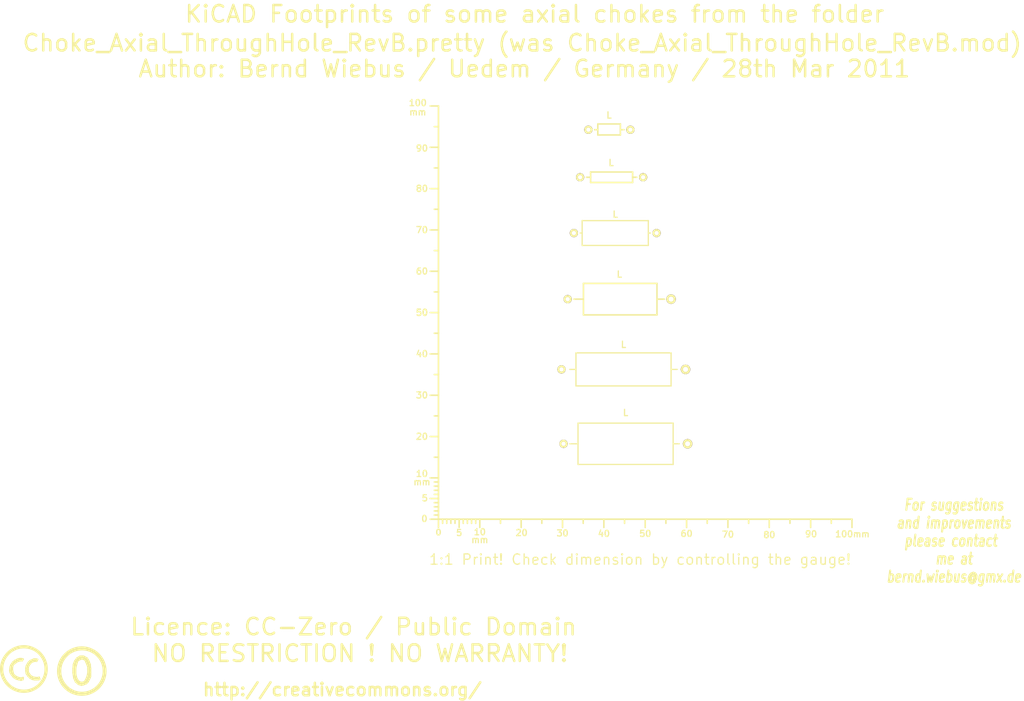
<source format=kicad_pcb>
(kicad_pcb (version 3) (host pcbnew "(2014-02-28 BZR 4727)-product")

  (general
    (links 0)
    (no_connects 0)
    (area 3.882182 16.80049 274.02378 187.4742)
    (thickness 1.6002)
    (drawings 7)
    (tracks 0)
    (zones 0)
    (modules 9)
    (nets 1)
  )

  (page A4)
  (layers
    (15 Vorderseite signal)
    (0 Rückseite signal)
    (16 B.Adhes user)
    (17 F.Adhes user)
    (18 B.Paste user)
    (19 F.Paste user)
    (20 B.SilkS user)
    (21 F.SilkS user)
    (22 B.Mask user)
    (23 F.Mask user)
    (24 Dwgs.User user)
    (25 Cmts.User user)
    (26 Eco1.User user)
    (27 Eco2.User user)
    (28 Edge.Cuts user)
  )

  (setup
    (last_trace_width 0.2032)
    (trace_clearance 0.254)
    (zone_clearance 0.508)
    (zone_45_only no)
    (trace_min 0.2032)
    (segment_width 0.381)
    (edge_width 0.381)
    (via_size 0.889)
    (via_drill 0.635)
    (via_min_size 0.889)
    (via_min_drill 0.508)
    (uvia_size 0.508)
    (uvia_drill 0.127)
    (uvias_allowed no)
    (uvia_min_size 0.508)
    (uvia_min_drill 0.127)
    (pcb_text_width 0.3048)
    (pcb_text_size 1.524 2.032)
    (mod_edge_width 0.381)
    (mod_text_size 1.524 1.524)
    (mod_text_width 0.3048)
    (pad_size 2.30124 2.30124)
    (pad_drill 1.19888)
    (pad_to_mask_clearance 0.254)
    (aux_axis_origin 0 0)
    (visible_elements 7FFFFFFF)
    (pcbplotparams
      (layerselection 3178497)
      (usegerberextensions true)
      (excludeedgelayer true)
      (linewidth 0.150000)
      (plotframeref false)
      (viasonmask false)
      (mode 1)
      (useauxorigin false)
      (hpglpennumber 1)
      (hpglpenspeed 20)
      (hpglpendiameter 15)
      (hpglpenoverlay 0)
      (psnegative false)
      (psa4output false)
      (plotreference true)
      (plotvalue true)
      (plotothertext true)
      (plotinvisibletext false)
      (padsonsilk false)
      (subtractmaskfromsilk false)
      (outputformat 1)
      (mirror false)
      (drillshape 1)
      (scaleselection 1)
      (outputdirectory ""))
  )

  (net 0 "")

  (net_class Default "Dies ist die voreingestellte Netzklasse."
    (clearance 0.254)
    (trace_width 0.2032)
    (via_dia 0.889)
    (via_drill 0.635)
    (uvia_dia 0.508)
    (uvia_drill 0.127)
    (add_net "")
  )

  (module Gauge_100mm_Type2_SilkScreenTop_RevA_Date22Jun2010 (layer Vorderseite) (tedit 4D963937) (tstamp 4D88F07A)
    (at 132.75056 141.2494)
    (descr "Gauge, Massstab, 100mm, SilkScreenTop, Type 2,")
    (tags "Gauge, Massstab, 100mm, SilkScreenTop, Type 2,")
    (path Gauge_100mm_Type2_SilkScreenTop_RevA_Date22Jun2010)
    (fp_text reference MSC (at 4.0005 8.99922) (layer F.SilkS) hide
      (effects (font (thickness 0.3048)))
    )
    (fp_text value Gauge_100mm_Type2_SilkScreenTop_RevA_Date22Jun2010 (at 45.9994 8.99922) (layer F.SilkS) hide
      (effects (font (thickness 0.3048)))
    )
    (fp_text user mm (at 9.99998 5.00126) (layer F.SilkS)
      (effects (font (thickness 0.3048)))
    )
    (fp_text user mm (at -4.0005 -8.99922) (layer F.SilkS)
      (effects (font (thickness 0.3048)))
    )
    (fp_text user mm (at -5.00126 -98.5012) (layer F.SilkS)
      (effects (font (thickness 0.3048)))
    )
    (fp_text user 10 (at 10.00506 3.0988) (layer F.SilkS)
      (effects (font (size 1.50114 1.50114) (thickness 0.29972)))
    )
    (fp_text user 0 (at 0.00508 3.19786) (layer F.SilkS)
      (effects (font (size 1.39954 1.50114) (thickness 0.29972)))
    )
    (fp_text user 5 (at 5.0038 3.29946) (layer F.SilkS)
      (effects (font (size 1.50114 1.50114) (thickness 0.29972)))
    )
    (fp_text user 20 (at 20.1041 3.29946) (layer F.SilkS)
      (effects (font (size 1.50114 1.50114) (thickness 0.29972)))
    )
    (fp_text user 30 (at 30.00502 3.39852) (layer F.SilkS)
      (effects (font (size 1.50114 1.50114) (thickness 0.29972)))
    )
    (fp_text user 40 (at 40.005 3.50012) (layer F.SilkS)
      (effects (font (size 1.50114 1.50114) (thickness 0.29972)))
    )
    (fp_text user 50 (at 50.00498 3.50012) (layer F.SilkS)
      (effects (font (size 1.50114 1.50114) (thickness 0.29972)))
    )
    (fp_text user 60 (at 60.00496 3.50012) (layer F.SilkS)
      (effects (font (size 1.50114 1.50114) (thickness 0.29972)))
    )
    (fp_text user 70 (at 70.00494 3.70078) (layer F.SilkS)
      (effects (font (size 1.50114 1.50114) (thickness 0.29972)))
    )
    (fp_text user 80 (at 80.00492 3.79984) (layer F.SilkS)
      (effects (font (size 1.50114 1.50114) (thickness 0.29972)))
    )
    (fp_text user 90 (at 90.1065 3.60172) (layer F.SilkS)
      (effects (font (size 1.50114 1.50114) (thickness 0.29972)))
    )
    (fp_text user 100mm (at 100.10648 3.60172) (layer F.SilkS)
      (effects (font (size 1.50114 1.50114) (thickness 0.29972)))
    )
    (fp_line (start 0 -8.99922) (end -1.00076 -8.99922) (layer F.SilkS) (width 0.381))
    (fp_line (start 0 -8.001) (end -1.00076 -8.001) (layer F.SilkS) (width 0.381))
    (fp_line (start 0 -7.00024) (end -1.00076 -7.00024) (layer F.SilkS) (width 0.381))
    (fp_line (start 0 -5.99948) (end -1.00076 -5.99948) (layer F.SilkS) (width 0.381))
    (fp_line (start 0 -4.0005) (end -1.00076 -4.0005) (layer F.SilkS) (width 0.381))
    (fp_line (start 0 -2.99974) (end -1.00076 -2.99974) (layer F.SilkS) (width 0.381))
    (fp_line (start 0 -1.99898) (end -1.00076 -1.99898) (layer F.SilkS) (width 0.381))
    (fp_line (start 0 -1.00076) (end -1.00076 -1.00076) (layer F.SilkS) (width 0.381))
    (fp_line (start 0 0) (end -1.99898 0) (layer F.SilkS) (width 0.381))
    (fp_line (start 0 -5.00126) (end -1.99898 -5.00126) (layer F.SilkS) (width 0.381))
    (fp_line (start 0 -9.99998) (end -1.99898 -9.99998) (layer F.SilkS) (width 0.381))
    (fp_line (start 0 -15.00124) (end -1.00076 -15.00124) (layer F.SilkS) (width 0.381))
    (fp_line (start 0 -19.99996) (end -1.99898 -19.99996) (layer F.SilkS) (width 0.381))
    (fp_line (start 0 -25.00122) (end -1.00076 -25.00122) (layer F.SilkS) (width 0.381))
    (fp_line (start 0 -29.99994) (end -1.99898 -29.99994) (layer F.SilkS) (width 0.381))
    (fp_line (start 0 -35.0012) (end -1.00076 -35.0012) (layer F.SilkS) (width 0.381))
    (fp_line (start 0 -39.99992) (end -1.99898 -39.99992) (layer F.SilkS) (width 0.381))
    (fp_line (start 0 -45.00118) (end -1.00076 -45.00118) (layer F.SilkS) (width 0.381))
    (fp_line (start 0 -49.9999) (end -1.99898 -49.9999) (layer F.SilkS) (width 0.381))
    (fp_line (start 0 -55.00116) (end -1.00076 -55.00116) (layer F.SilkS) (width 0.381))
    (fp_line (start 0 -59.99988) (end -1.99898 -59.99988) (layer F.SilkS) (width 0.381))
    (fp_line (start 0 -65.00114) (end -1.00076 -65.00114) (layer F.SilkS) (width 0.381))
    (fp_line (start 0 -69.99986) (end -1.99898 -69.99986) (layer F.SilkS) (width 0.381))
    (fp_line (start 0 -75.00112) (end -1.00076 -75.00112) (layer F.SilkS) (width 0.381))
    (fp_line (start 0 -79.99984) (end -1.99898 -79.99984) (layer F.SilkS) (width 0.381))
    (fp_line (start 0 -85.0011) (end -1.00076 -85.0011) (layer F.SilkS) (width 0.381))
    (fp_line (start 0 -89.99982) (end -1.99898 -89.99982) (layer F.SilkS) (width 0.381))
    (fp_line (start 0 -95.00108) (end -1.00076 -95.00108) (layer F.SilkS) (width 0.381))
    (fp_line (start 0 0) (end 0 -99.9998) (layer F.SilkS) (width 0.381))
    (fp_line (start 0 -99.9998) (end -1.99898 -99.9998) (layer F.SilkS) (width 0.381))
    (fp_text user 100 (at -4.99872 -100.7491) (layer F.SilkS)
      (effects (font (size 1.50114 1.50114) (thickness 0.29972)))
    )
    (fp_text user 90 (at -4.0005 -89.7509) (layer F.SilkS)
      (effects (font (size 1.50114 1.50114) (thickness 0.29972)))
    )
    (fp_text user 80 (at -4.0005 -79.99984) (layer F.SilkS)
      (effects (font (size 1.50114 1.50114) (thickness 0.29972)))
    )
    (fp_text user 70 (at -4.0005 -69.99986) (layer F.SilkS)
      (effects (font (size 1.50114 1.50114) (thickness 0.29972)))
    )
    (fp_text user 60 (at -4.0005 -59.99988) (layer F.SilkS)
      (effects (font (size 1.50114 1.50114) (thickness 0.29972)))
    )
    (fp_text user 50 (at -4.0005 -49.9999) (layer F.SilkS)
      (effects (font (size 1.50114 1.50114) (thickness 0.34036)))
    )
    (fp_text user 40 (at -4.0005 -39.99992) (layer F.SilkS)
      (effects (font (size 1.50114 1.50114) (thickness 0.29972)))
    )
    (fp_text user 30 (at -4.0005 -29.99994) (layer F.SilkS)
      (effects (font (size 1.50114 1.50114) (thickness 0.29972)))
    )
    (fp_text user 20 (at -4.0005 -19.99996) (layer F.SilkS)
      (effects (font (size 1.50114 1.50114) (thickness 0.29972)))
    )
    (fp_line (start 95.00108 0) (end 95.00108 1.00076) (layer F.SilkS) (width 0.381))
    (fp_line (start 89.99982 0) (end 89.99982 1.99898) (layer F.SilkS) (width 0.381))
    (fp_line (start 85.0011 0) (end 85.0011 1.00076) (layer F.SilkS) (width 0.381))
    (fp_line (start 79.99984 0) (end 79.99984 1.99898) (layer F.SilkS) (width 0.381))
    (fp_line (start 75.00112 0) (end 75.00112 1.00076) (layer F.SilkS) (width 0.381))
    (fp_line (start 69.99986 0) (end 69.99986 1.99898) (layer F.SilkS) (width 0.381))
    (fp_line (start 65.00114 0) (end 65.00114 1.00076) (layer F.SilkS) (width 0.381))
    (fp_line (start 59.99988 0) (end 59.99988 1.99898) (layer F.SilkS) (width 0.381))
    (fp_line (start 55.00116 0) (end 55.00116 1.00076) (layer F.SilkS) (width 0.381))
    (fp_line (start 49.9999 0) (end 49.9999 1.99898) (layer F.SilkS) (width 0.381))
    (fp_line (start 45.00118 0) (end 45.00118 1.00076) (layer F.SilkS) (width 0.381))
    (fp_line (start 39.99992 0) (end 39.99992 1.99898) (layer F.SilkS) (width 0.381))
    (fp_line (start 35.0012 0) (end 35.0012 1.00076) (layer F.SilkS) (width 0.381))
    (fp_line (start 29.99994 0) (end 29.99994 1.99898) (layer F.SilkS) (width 0.381))
    (fp_line (start 25.00122 0) (end 25.00122 1.00076) (layer F.SilkS) (width 0.381))
    (fp_line (start 19.99996 0) (end 19.99996 1.99898) (layer F.SilkS) (width 0.381))
    (fp_line (start 15.00124 0) (end 15.00124 1.00076) (layer F.SilkS) (width 0.381))
    (fp_line (start 9.99998 0) (end 99.9998 0) (layer F.SilkS) (width 0.381))
    (fp_line (start 99.9998 0) (end 99.9998 1.99898) (layer F.SilkS) (width 0.381))
    (fp_text user 5 (at -3.302 -5.10286) (layer F.SilkS)
      (effects (font (size 1.50114 1.50114) (thickness 0.29972)))
    )
    (fp_text user 0 (at -3.4036 -0.10414) (layer F.SilkS)
      (effects (font (size 1.50114 1.50114) (thickness 0.29972)))
    )
    (fp_text user 10 (at -4.0005 -11.00074) (layer F.SilkS)
      (effects (font (size 1.50114 1.50114) (thickness 0.29972)))
    )
    (fp_line (start 8.99922 0) (end 8.99922 1.00076) (layer F.SilkS) (width 0.381))
    (fp_line (start 8.001 0) (end 8.001 1.00076) (layer F.SilkS) (width 0.381))
    (fp_line (start 7.00024 0) (end 7.00024 1.00076) (layer F.SilkS) (width 0.381))
    (fp_line (start 5.99948 0) (end 5.99948 1.00076) (layer F.SilkS) (width 0.381))
    (fp_line (start 4.0005 0) (end 4.0005 1.00076) (layer F.SilkS) (width 0.381))
    (fp_line (start 2.99974 0) (end 2.99974 1.00076) (layer F.SilkS) (width 0.381))
    (fp_line (start 1.99898 0) (end 1.99898 1.00076) (layer F.SilkS) (width 0.381))
    (fp_line (start 1.00076 0) (end 1.00076 1.00076) (layer F.SilkS) (width 0.381))
    (fp_line (start 5.00126 0) (end 5.00126 1.99898) (layer F.SilkS) (width 0.381))
    (fp_line (start 0 0) (end 0 1.99898) (layer F.SilkS) (width 0.381))
    (fp_line (start 0 0) (end 9.99998 0) (layer F.SilkS) (width 0.381))
    (fp_line (start 9.99998 0) (end 9.99998 1.99898) (layer F.SilkS) (width 0.381))
  )

  (module Symbol_CC-PublicDomain_SilkScreenTop_Big (layer Vorderseite) (tedit 515D641F) (tstamp 515F0B64)
    (at 46.5 178)
    (descr "Symbol, CC-PublicDomain, SilkScreen Top, Big,")
    (tags "Symbol, CC-PublicDomain, SilkScreen Top, Big,")
    (path Symbol_CC-Noncommercial_CopperTop_Big)
    (fp_text reference Sym (at 0.59944 -7.29996) (layer F.SilkS) hide
      (effects (font (thickness 0.3048)))
    )
    (fp_text value Symbol_CC-PublicDomain_SilkScreenTop_Big (at 0.59944 8.001) (layer F.SilkS) hide
      (effects (font (thickness 0.3048)))
    )
    (fp_circle (center 0 0) (end 5.8 -0.05) (layer F.SilkS) (width 0.381))
    (fp_circle (center 0 0) (end 5.5 0) (layer F.SilkS) (width 0.381))
    (fp_circle (center 0.05 0) (end 5.25 0) (layer F.SilkS) (width 0.381))
    (fp_line (start 1.1 -2.5) (end 1.4 -1.9) (layer F.SilkS) (width 0.381))
    (fp_line (start -1.8 1.2) (end -1.6 1.9) (layer F.SilkS) (width 0.381))
    (fp_line (start -1.6 1.9) (end -1.2 2.5) (layer F.SilkS) (width 0.381))
    (fp_line (start 0 -3) (end 0.75 -2.75) (layer F.SilkS) (width 0.381))
    (fp_line (start 0.75 -2.75) (end 1 -2.25) (layer F.SilkS) (width 0.381))
    (fp_line (start 1 -2.25) (end 1.5 -1) (layer F.SilkS) (width 0.381))
    (fp_line (start 1.5 -1) (end 1.5 -0.5) (layer F.SilkS) (width 0.381))
    (fp_line (start 1.5 -0.5) (end 1.5 0.5) (layer F.SilkS) (width 0.381))
    (fp_line (start 1.5 0.5) (end 1.25 1.5) (layer F.SilkS) (width 0.381))
    (fp_line (start 1.25 1.5) (end 0.75 2.5) (layer F.SilkS) (width 0.381))
    (fp_line (start 0.75 2.5) (end 0.25 2.75) (layer F.SilkS) (width 0.381))
    (fp_line (start 0.25 2.75) (end -0.25 2.75) (layer F.SilkS) (width 0.381))
    (fp_line (start -0.25 2.75) (end -0.75 2.5) (layer F.SilkS) (width 0.381))
    (fp_line (start -0.75 2.5) (end -1.25 1.75) (layer F.SilkS) (width 0.381))
    (fp_line (start -1.25 1.75) (end -1.5 0.75) (layer F.SilkS) (width 0.381))
    (fp_line (start -1.5 0.75) (end -1.5 -0.75) (layer F.SilkS) (width 0.381))
    (fp_line (start -1.5 -0.75) (end -1.25 -1.75) (layer F.SilkS) (width 0.381))
    (fp_line (start -1.25 -1.75) (end -1 -2.5) (layer F.SilkS) (width 0.381))
    (fp_line (start -1 -2.5) (end -0.3 -2.9) (layer F.SilkS) (width 0.381))
    (fp_line (start -0.3 -2.9) (end 0.2 -3) (layer F.SilkS) (width 0.381))
    (fp_line (start 0.2 -3) (end 0.8 -3) (layer F.SilkS) (width 0.381))
    (fp_line (start 0.8 -3) (end 1.4 -2.3) (layer F.SilkS) (width 0.381))
    (fp_line (start 1.4 -2.3) (end 1.6 -1.4) (layer F.SilkS) (width 0.381))
    (fp_line (start 1.6 -1.4) (end 1.7 -0.3) (layer F.SilkS) (width 0.381))
    (fp_line (start 1.7 -0.3) (end 1.7 0.9) (layer F.SilkS) (width 0.381))
    (fp_line (start 1.7 0.9) (end 1.4 1.8) (layer F.SilkS) (width 0.381))
    (fp_line (start 1.4 1.8) (end 1 2.7) (layer F.SilkS) (width 0.381))
    (fp_line (start 1 2.7) (end 0.5 3) (layer F.SilkS) (width 0.381))
    (fp_line (start 0.5 3) (end -0.4 3) (layer F.SilkS) (width 0.381))
    (fp_line (start -0.4 3) (end -1.3 2.3) (layer F.SilkS) (width 0.381))
    (fp_line (start -1.3 2.3) (end -1.7 1) (layer F.SilkS) (width 0.381))
    (fp_line (start -1.7 1) (end -1.8 -0.7) (layer F.SilkS) (width 0.381))
    (fp_line (start -1.8 -0.7) (end -1.4 -2.2) (layer F.SilkS) (width 0.381))
    (fp_line (start -1.4 -2.2) (end -1 -2.9) (layer F.SilkS) (width 0.381))
    (fp_line (start -1 -2.9) (end -0.2 -3.3) (layer F.SilkS) (width 0.381))
    (fp_line (start -0.2 -3.3) (end 0.7 -3.2) (layer F.SilkS) (width 0.381))
    (fp_line (start 0.7 -3.2) (end 1.3 -3.1) (layer F.SilkS) (width 0.381))
    (fp_line (start 1.3 -3.1) (end 1.7 -2.4) (layer F.SilkS) (width 0.381))
    (fp_line (start 1.7 -2.4) (end 2 -1.6) (layer F.SilkS) (width 0.381))
    (fp_line (start 2 -1.6) (end 2.1 -0.6) (layer F.SilkS) (width 0.381))
    (fp_line (start 2.1 -0.6) (end 2.1 0.3) (layer F.SilkS) (width 0.381))
    (fp_line (start 2.1 0.3) (end 2.1 1.3) (layer F.SilkS) (width 0.381))
    (fp_line (start 2.1 1.3) (end 1.9 1.8) (layer F.SilkS) (width 0.381))
    (fp_line (start 1.9 1.8) (end 1.5 2.6) (layer F.SilkS) (width 0.381))
    (fp_line (start 1.5 2.6) (end 1.1 3) (layer F.SilkS) (width 0.381))
    (fp_line (start 1.1 3) (end 0.4 3.3) (layer F.SilkS) (width 0.381))
    (fp_line (start 0.4 3.3) (end -0.1 3.4) (layer F.SilkS) (width 0.381))
    (fp_line (start -0.1 3.4) (end -0.8 3.2) (layer F.SilkS) (width 0.381))
    (fp_line (start -0.8 3.2) (end -1.5 2.6) (layer F.SilkS) (width 0.381))
    (fp_line (start -1.5 2.6) (end -1.9 1.7) (layer F.SilkS) (width 0.381))
    (fp_line (start -1.9 1.7) (end -2.1 0.4) (layer F.SilkS) (width 0.381))
    (fp_line (start -2.1 0.4) (end -2.1 -0.6) (layer F.SilkS) (width 0.381))
    (fp_line (start -2.1 -0.6) (end -2 -1.6) (layer F.SilkS) (width 0.381))
    (fp_line (start -2 -1.6) (end -1.7 -2.4) (layer F.SilkS) (width 0.381))
    (fp_line (start -1.7 -2.4) (end -1.2 -3.1) (layer F.SilkS) (width 0.381))
    (fp_line (start -1.2 -3.1) (end -0.4 -3.6) (layer F.SilkS) (width 0.381))
    (fp_line (start -0.4 -3.6) (end 0.4 -3.6) (layer F.SilkS) (width 0.381))
    (fp_line (start 0.4 -3.6) (end 1.1 -3.2) (layer F.SilkS) (width 0.381))
    (fp_line (start 1.1 -3.2) (end 1.1 -2.9) (layer F.SilkS) (width 0.381))
    (fp_line (start 1.1 -2.9) (end 1.8 -1.5) (layer F.SilkS) (width 0.381))
    (fp_line (start 1.8 -1.5) (end 1.8 -0.4) (layer F.SilkS) (width 0.381))
    (fp_line (start 1.8 -0.4) (end 1.8 1.1) (layer F.SilkS) (width 0.381))
    (fp_line (start 1.8 1.1) (end 1.2 2.6) (layer F.SilkS) (width 0.381))
    (fp_line (start 1.2 2.6) (end 0.2 3.2) (layer F.SilkS) (width 0.381))
    (fp_line (start 0.2 3.2) (end -0.5 3.2) (layer F.SilkS) (width 0.381))
    (fp_line (start -0.5 3.2) (end -1.1 2.7) (layer F.SilkS) (width 0.381))
    (fp_line (start -1.1 2.7) (end -1.9 0.6) (layer F.SilkS) (width 0.381))
    (fp_line (start -1.9 0.6) (end -1.7 -1.9) (layer F.SilkS) (width 0.381))
  )

  (module Symbol_CreativeCommons_SilkScreenTop_Type2_Big (layer Vorderseite) (tedit 515D640C) (tstamp 515F46B2)
    (at 32.5 177.5)
    (descr "Symbol, Creative Commons, SilkScreen Top, Type 2, Big,")
    (tags "Symbol, Creative Commons, SilkScreen Top, Type 2, Big,")
    (path Symbol_CreativeCommons_CopperTop_Type2_Big)
    (fp_text reference Sym (at 0.59944 -7.29996) (layer F.SilkS) hide
      (effects (font (thickness 0.3048)))
    )
    (fp_text value Symbol_CreativeCommons_Typ2_SilkScreenTop_Big (at 0.59944 8.001) (layer F.SilkS) hide
      (effects (font (thickness 0.3048)))
    )
    (fp_line (start -0.70104 2.70002) (end -0.29972 2.60096) (layer F.SilkS) (width 0.381))
    (fp_line (start -0.29972 2.60096) (end -0.20066 2.10058) (layer F.SilkS) (width 0.381))
    (fp_line (start -2.49936 -1.69926) (end -2.70002 -1.6002) (layer F.SilkS) (width 0.381))
    (fp_line (start -2.70002 -1.6002) (end -3.0988 -1.00076) (layer F.SilkS) (width 0.381))
    (fp_line (start -3.0988 -1.00076) (end -3.29946 -0.50038) (layer F.SilkS) (width 0.381))
    (fp_line (start -3.29946 -0.50038) (end -3.40106 0.39878) (layer F.SilkS) (width 0.381))
    (fp_line (start -3.40106 0.39878) (end -3.29946 0.89916) (layer F.SilkS) (width 0.381))
    (fp_line (start -0.19812 2.4003) (end -0.29718 2.59842) (layer F.SilkS) (width 0.381))
    (fp_line (start 3.70078 2.10058) (end 3.79984 2.4003) (layer F.SilkS) (width 0.381))
    (fp_line (start 2.99974 -2.4003) (end 3.29946 -2.30124) (layer F.SilkS) (width 0.381))
    (fp_line (start 3.29946 -2.30124) (end 3.0988 -1.99898) (layer F.SilkS) (width 0.381))
    (fp_line (start 0 -5.40004) (end -0.50038 -5.40004) (layer F.SilkS) (width 0.381))
    (fp_line (start -0.50038 -5.40004) (end -1.30048 -5.10032) (layer F.SilkS) (width 0.381))
    (fp_line (start -1.30048 -5.10032) (end -1.99898 -4.89966) (layer F.SilkS) (width 0.381))
    (fp_line (start -1.99898 -4.89966) (end -2.70002 -4.699) (layer F.SilkS) (width 0.381))
    (fp_line (start -2.70002 -4.699) (end -3.29946 -4.20116) (layer F.SilkS) (width 0.381))
    (fp_line (start -3.29946 -4.20116) (end -4.0005 -3.59918) (layer F.SilkS) (width 0.381))
    (fp_line (start -4.0005 -3.59918) (end -4.50088 -2.99974) (layer F.SilkS) (width 0.381))
    (fp_line (start -4.50088 -2.99974) (end -5.00126 -2.10058) (layer F.SilkS) (width 0.381))
    (fp_line (start -5.00126 -2.10058) (end -5.30098 -1.09982) (layer F.SilkS) (width 0.381))
    (fp_line (start -5.30098 -1.09982) (end -5.40004 0.09906) (layer F.SilkS) (width 0.381))
    (fp_line (start -5.40004 0.09906) (end -5.19938 1.30048) (layer F.SilkS) (width 0.381))
    (fp_line (start -5.19938 1.30048) (end -4.8006 2.4003) (layer F.SilkS) (width 0.381))
    (fp_line (start -4.8006 2.4003) (end -3.79984 3.8989) (layer F.SilkS) (width 0.381))
    (fp_line (start -3.79984 3.8989) (end -2.60096 4.8006) (layer F.SilkS) (width 0.381))
    (fp_line (start -2.60096 4.8006) (end -1.30048 5.30098) (layer F.SilkS) (width 0.381))
    (fp_line (start -1.30048 5.30098) (end 0.09906 5.30098) (layer F.SilkS) (width 0.381))
    (fp_line (start 0.09906 5.30098) (end 1.6002 5.19938) (layer F.SilkS) (width 0.381))
    (fp_line (start 1.6002 5.19938) (end 2.60096 4.699) (layer F.SilkS) (width 0.381))
    (fp_line (start 2.60096 4.699) (end 4.20116 3.40106) (layer F.SilkS) (width 0.381))
    (fp_line (start 4.20116 3.40106) (end 5.00126 1.80086) (layer F.SilkS) (width 0.381))
    (fp_line (start 5.00126 1.80086) (end 5.40004 0.29972) (layer F.SilkS) (width 0.381))
    (fp_line (start 5.40004 0.29972) (end 5.19938 -1.39954) (layer F.SilkS) (width 0.381))
    (fp_line (start 5.19938 -1.39954) (end 4.699 -2.49936) (layer F.SilkS) (width 0.381))
    (fp_line (start 4.699 -2.49936) (end 3.40106 -4.09956) (layer F.SilkS) (width 0.381))
    (fp_line (start 3.40106 -4.09956) (end 2.4003 -4.8006) (layer F.SilkS) (width 0.381))
    (fp_line (start 2.4003 -4.8006) (end 1.39954 -5.19938) (layer F.SilkS) (width 0.381))
    (fp_line (start 1.39954 -5.19938) (end 0 -5.30098) (layer F.SilkS) (width 0.381))
    (fp_line (start 0.60198 -0.70104) (end 0.50292 -0.20066) (layer F.SilkS) (width 0.381))
    (fp_line (start 0.50292 -0.20066) (end 0.50292 0.49784) (layer F.SilkS) (width 0.381))
    (fp_line (start 0.50292 0.49784) (end 0.60198 1.09982) (layer F.SilkS) (width 0.381))
    (fp_line (start 0.60198 1.09982) (end 1.00076 1.69926) (layer F.SilkS) (width 0.381))
    (fp_line (start 1.00076 1.69926) (end 1.50114 2.19964) (layer F.SilkS) (width 0.381))
    (fp_line (start 1.50114 2.19964) (end 2.10058 2.49936) (layer F.SilkS) (width 0.381))
    (fp_line (start 2.10058 2.49936) (end 2.60096 2.59842) (layer F.SilkS) (width 0.381))
    (fp_line (start 2.60096 2.59842) (end 3.00228 2.59842) (layer F.SilkS) (width 0.381))
    (fp_line (start 3.00228 2.59842) (end 3.40106 2.59842) (layer F.SilkS) (width 0.381))
    (fp_line (start 3.40106 2.59842) (end 3.80238 2.49936) (layer F.SilkS) (width 0.381))
    (fp_line (start 3.80238 2.49936) (end 3.70078 2.2987) (layer F.SilkS) (width 0.381))
    (fp_line (start 3.70078 2.2987) (end 2.80162 2.4003) (layer F.SilkS) (width 0.381))
    (fp_line (start 2.80162 2.4003) (end 1.80086 2.09804) (layer F.SilkS) (width 0.381))
    (fp_line (start 1.80086 2.09804) (end 1.20142 1.6002) (layer F.SilkS) (width 0.381))
    (fp_line (start 1.20142 1.6002) (end 0.80264 0.6985) (layer F.SilkS) (width 0.381))
    (fp_line (start 0.80264 0.6985) (end 0.70104 -0.29972) (layer F.SilkS) (width 0.381))
    (fp_line (start 0.70104 -0.29972) (end 1.00076 -1.00076) (layer F.SilkS) (width 0.381))
    (fp_line (start 1.00076 -1.00076) (end 1.60274 -1.7018) (layer F.SilkS) (width 0.381))
    (fp_line (start 1.60274 -1.7018) (end 2.30124 -2.10058) (layer F.SilkS) (width 0.381))
    (fp_line (start 2.30124 -2.10058) (end 3.00228 -2.10058) (layer F.SilkS) (width 0.381))
    (fp_line (start 3.00228 -2.10058) (end 3.10134 -1.89992) (layer F.SilkS) (width 0.381))
    (fp_line (start 3.10134 -1.89992) (end 2.5019 -1.89992) (layer F.SilkS) (width 0.381))
    (fp_line (start 2.5019 -1.89992) (end 1.80086 -1.6002) (layer F.SilkS) (width 0.381))
    (fp_line (start 1.80086 -1.6002) (end 1.30048 -1.00076) (layer F.SilkS) (width 0.381))
    (fp_line (start 1.30048 -1.00076) (end 1.00076 -0.40132) (layer F.SilkS) (width 0.381))
    (fp_line (start 1.00076 -0.40132) (end 1.00076 0.09906) (layer F.SilkS) (width 0.381))
    (fp_line (start 1.00076 0.09906) (end 1.00076 0.6985) (layer F.SilkS) (width 0.381))
    (fp_line (start 1.00076 0.6985) (end 1.30048 1.19888) (layer F.SilkS) (width 0.381))
    (fp_line (start 1.30048 1.19888) (end 1.7018 1.69926) (layer F.SilkS) (width 0.381))
    (fp_line (start 1.7018 1.69926) (end 2.30124 1.99898) (layer F.SilkS) (width 0.381))
    (fp_line (start 2.30124 1.99898) (end 2.90068 2.09804) (layer F.SilkS) (width 0.381))
    (fp_line (start 2.90068 2.09804) (end 3.40106 2.09804) (layer F.SilkS) (width 0.381))
    (fp_line (start 3.40106 2.09804) (end 3.70078 1.99898) (layer F.SilkS) (width 0.381))
    (fp_line (start 3.00228 -2.4003) (end 2.40284 -2.4003) (layer F.SilkS) (width 0.381))
    (fp_line (start 2.40284 -2.4003) (end 2.00152 -2.20218) (layer F.SilkS) (width 0.381))
    (fp_line (start 2.00152 -2.20218) (end 1.50114 -2.00152) (layer F.SilkS) (width 0.381))
    (fp_line (start 1.50114 -2.00152) (end 1.10236 -1.6002) (layer F.SilkS) (width 0.381))
    (fp_line (start 1.10236 -1.6002) (end 0.80264 -1.09982) (layer F.SilkS) (width 0.381))
    (fp_line (start 0.80264 -1.09982) (end 0.60198 -0.70104) (layer F.SilkS) (width 0.381))
    (fp_line (start -0.39878 -1.99898) (end -0.89916 -1.99898) (layer F.SilkS) (width 0.381))
    (fp_line (start -0.89916 -1.99898) (end -1.39954 -1.89738) (layer F.SilkS) (width 0.381))
    (fp_line (start -1.39954 -1.89738) (end -1.89992 -1.59766) (layer F.SilkS) (width 0.381))
    (fp_line (start -1.89992 -1.59766) (end -2.4003 -1.19888) (layer F.SilkS) (width 0.381))
    (fp_line (start -2.4003 -1.30048) (end -2.70002 -0.8001) (layer F.SilkS) (width 0.381))
    (fp_line (start -2.70002 -0.8001) (end -2.79908 -0.29972) (layer F.SilkS) (width 0.381))
    (fp_line (start -2.79908 -0.29972) (end -2.79908 0.20066) (layer F.SilkS) (width 0.381))
    (fp_line (start -2.79908 0.20066) (end -2.59842 1.00076) (layer F.SilkS) (width 0.381))
    (fp_line (start -2.69748 1.00076) (end -2.39776 1.39954) (layer F.SilkS) (width 0.381))
    (fp_line (start -2.29616 1.4986) (end -1.79578 1.89992) (layer F.SilkS) (width 0.381))
    (fp_line (start -1.79578 1.89992) (end -1.29794 2.09804) (layer F.SilkS) (width 0.381))
    (fp_line (start -1.29794 2.09804) (end -0.89662 2.19964) (layer F.SilkS) (width 0.381))
    (fp_line (start -0.89662 2.19964) (end -0.49784 2.19964) (layer F.SilkS) (width 0.381))
    (fp_line (start -0.49784 2.19964) (end -0.19812 2.09804) (layer F.SilkS) (width 0.381))
    (fp_line (start -0.19812 2.09804) (end -0.29718 2.4003) (layer F.SilkS) (width 0.381))
    (fp_line (start -0.29718 2.4003) (end -0.89662 2.49936) (layer F.SilkS) (width 0.381))
    (fp_line (start -0.89662 2.49936) (end -1.59766 2.2987) (layer F.SilkS) (width 0.381))
    (fp_line (start -1.59766 2.2987) (end -2.29616 1.79832) (layer F.SilkS) (width 0.381))
    (fp_line (start -2.29616 1.79832) (end -2.79654 1.29794) (layer F.SilkS) (width 0.381))
    (fp_line (start -2.79908 1.39954) (end -2.99974 0.70104) (layer F.SilkS) (width 0.381))
    (fp_line (start -2.99974 0.70104) (end -3.0988 0) (layer F.SilkS) (width 0.381))
    (fp_line (start -3.0988 0) (end -2.99974 -0.59944) (layer F.SilkS) (width 0.381))
    (fp_line (start -2.99974 -0.8001) (end -2.70002 -1.30048) (layer F.SilkS) (width 0.381))
    (fp_line (start -2.70002 -1.09982) (end -2.19964 -1.6002) (layer F.SilkS) (width 0.381))
    (fp_line (start -2.19964 -1.69926) (end -1.69926 -1.99898) (layer F.SilkS) (width 0.381))
    (fp_line (start -1.69926 -1.99898) (end -1.19888 -2.19964) (layer F.SilkS) (width 0.381))
    (fp_line (start -1.19888 -2.19964) (end -0.6985 -2.19964) (layer F.SilkS) (width 0.381))
    (fp_line (start -0.6985 -2.19964) (end -0.29972 -2.19964) (layer F.SilkS) (width 0.381))
    (fp_line (start -0.29972 -2.19964) (end -0.20066 -2.39776) (layer F.SilkS) (width 0.381))
    (fp_line (start -0.20066 -2.39776) (end -0.59944 -2.49936) (layer F.SilkS) (width 0.381))
    (fp_line (start -0.59944 -2.49936) (end -1.00076 -2.49936) (layer F.SilkS) (width 0.381))
    (fp_line (start -1.00076 -2.49936) (end -1.4986 -2.39776) (layer F.SilkS) (width 0.381))
    (fp_line (start -1.4986 -2.39776) (end -2.10058 -2.09804) (layer F.SilkS) (width 0.381))
    (fp_line (start -2.10058 -2.09804) (end -2.59842 -1.69926) (layer F.SilkS) (width 0.381))
    (fp_line (start -2.59842 -1.6002) (end -3.0988 -0.89916) (layer F.SilkS) (width 0.381))
    (fp_line (start -3.0988 -0.89916) (end -3.29946 -0.29972) (layer F.SilkS) (width 0.381))
    (fp_line (start -3.29946 -0.29972) (end -3.29946 0.40132) (layer F.SilkS) (width 0.381))
    (fp_line (start -3.29946 0.40132) (end -3.2004 1.00076) (layer F.SilkS) (width 0.381))
    (fp_line (start -3.29946 0.8001) (end -2.99974 1.39954) (layer F.SilkS) (width 0.381))
    (fp_line (start -2.89814 1.4986) (end -2.49682 1.99898) (layer F.SilkS) (width 0.381))
    (fp_line (start -2.49682 1.99898) (end -1.89738 2.4003) (layer F.SilkS) (width 0.381))
    (fp_line (start -1.89738 2.4003) (end -1.19634 2.59842) (layer F.SilkS) (width 0.381))
    (fp_line (start -1.19634 2.59842) (end -0.69596 2.70002) (layer F.SilkS) (width 0.381))
    (fp_line (start -2.9972 1.19888) (end -2.59842 1.19888) (layer F.SilkS) (width 0.381))
    (fp_circle (center 0 0) (end 5.08 1.016) (layer F.SilkS) (width 0.381))
    (fp_circle (center 0 0) (end 5.588 0) (layer F.SilkS) (width 0.381))
  )

  (module "Choke Axial THT:Choke_Horizontal_RM10mm_RevB" (layer Vorderseite) (tedit 5339CB0E) (tstamp 533A6645)
    (at 174 47)
    (descr "Choke, Axial, 10mm")
    (tags "Choke, Axial, 10mm")
    (fp_text reference L (at 0 -3.50012) (layer F.SilkS)
      (effects (font (thickness 0.3048)))
    )
    (fp_text value Choke_Horizontal_RM10mm_RevB (at 0 4.0005) (layer F.SilkS) hide
      (effects (font (size 1.50114 1.50114) (thickness 0.20066)))
    )
    (fp_line (start -2.71526 0) (end -3.47726 0) (layer F.SilkS) (width 0.381))
    (fp_line (start 2.74574 0) (end 3.63474 0) (layer F.SilkS) (width 0.381))
    (fp_line (start -2.71526 1.27) (end -2.71526 -1.397) (layer F.SilkS) (width 0.381))
    (fp_line (start -2.71526 -1.397) (end 2.74574 -1.397) (layer F.SilkS) (width 0.381))
    (fp_line (start 2.74574 -1.397) (end 2.74574 1.27) (layer F.SilkS) (width 0.381))
    (fp_line (start 2.74574 1.27) (end -2.71526 1.27) (layer F.SilkS) (width 0.381))
    (pad 1 thru_hole circle (at -5.00126 0) (size 1.99898 1.99898) (drill 1.00076) (layers *.Cu *.Mask F.SilkS))
    (pad 2 thru_hole circle (at 5.15874 0) (size 1.99898 1.99898) (drill 1.00076) (layers *.Cu *.Mask F.SilkS))
  )

  (module "Choke Axial THT:Choke_Horizontal_RM15mm_RevB" (layer Vorderseite) (tedit 5339CB3D) (tstamp 533A66B7)
    (at 174.5 58.5)
    (descr "Choke, Axial, 15mm")
    (tags "Choke, Axial, 15mm")
    (fp_text reference L (at 0 -3.50012) (layer F.SilkS)
      (effects (font (thickness 0.3048)))
    )
    (fp_text value Choke_Horizontal_RM15mm_RevB (at 0 3.81) (layer F.SilkS) hide
      (effects (font (size 1.50114 1.50114) (thickness 0.20066)))
    )
    (fp_line (start 5.19938 0) (end 6.21538 0) (layer F.SilkS) (width 0.381))
    (fp_line (start -4.96062 0) (end -5.97662 0) (layer F.SilkS) (width 0.381))
    (fp_line (start -4.96062 -1.27) (end 5.19938 -1.27) (layer F.SilkS) (width 0.381))
    (fp_line (start 5.19938 -1.27) (end 5.19938 1.27) (layer F.SilkS) (width 0.381))
    (fp_line (start 5.19938 1.27) (end -4.96062 1.27) (layer F.SilkS) (width 0.381))
    (fp_line (start -4.96062 1.27) (end -4.96062 -1.27) (layer F.SilkS) (width 0.381))
    (pad 1 thru_hole circle (at -7.50062 0) (size 1.99898 1.99898) (drill 1.00076) (layers *.Cu *.Mask F.SilkS))
    (pad 2 thru_hole circle (at 7.73938 0) (size 1.99898 1.99898) (drill 1.00076) (layers *.Cu *.Mask F.SilkS))
  )

  (module "Choke Axial THT:Choke_Horizontal_RM20mm_RevB" (layer Vorderseite) (tedit 5339CB60) (tstamp 533A6729)
    (at 175.5 72)
    (descr "Choke, Axial, 20mm,")
    (tags "Choke, Axial, 20mm,")
    (fp_text reference L (at 0 -4.50088) (layer F.SilkS)
      (effects (font (thickness 0.3048)))
    )
    (fp_text value Choke_Horizontal_RM20mm_RevB (at 0 5.00126) (layer F.SilkS) hide
      (effects (font (size 1.50114 1.50114) (thickness 0.20066)))
    )
    (fp_line (start 8.001 0) (end 8.49884 0) (layer F.SilkS) (width 0.3048))
    (fp_line (start -8.001 0) (end -8.49884 0) (layer F.SilkS) (width 0.3048))
    (fp_line (start -8.001 -2.99974) (end -8.001 2.99974) (layer F.SilkS) (width 0.3048))
    (fp_line (start -8.001 2.99974) (end 8.001 2.99974) (layer F.SilkS) (width 0.3048))
    (fp_line (start 8.001 2.99974) (end 8.001 -2.99974) (layer F.SilkS) (width 0.3048))
    (fp_line (start 8.001 -2.99974) (end -8.001 -2.99974) (layer F.SilkS) (width 0.3048))
    (pad 1 thru_hole circle (at -9.99998 0) (size 1.99898 1.99898) (drill 1.00076) (layers *.Cu *.Mask F.SilkS))
    (pad 2 thru_hole circle (at 9.99998 0) (size 1.99898 1.99898) (drill 1.00076) (layers *.Cu *.Mask F.SilkS))
  )

  (module "Choke Axial THT:Choke_Horizontal_RM25mm_RevB" (layer Vorderseite) (tedit 5339CC2F) (tstamp 533A679B)
    (at 176.5 88)
    (descr "Choke, Axial, RM 25mm,")
    (tags "Choke, Axial, RM 25mm,")
    (fp_text reference L (at 0 -6) (layer F.SilkS)
      (effects (font (thickness 0.3048)))
    )
    (fp_text value Choke_Horizontal_RM25mm_RevB (at 0 5.4991) (layer F.SilkS) hide
      (effects (font (size 1.50114 1.50114) (thickness 0.20066)))
    )
    (fp_line (start -8.94334 0) (end -10.97534 0) (layer F.SilkS) (width 0.381))
    (fp_line (start 9.34466 0) (end 10.86866 0) (layer F.SilkS) (width 0.381))
    (fp_line (start -8.68934 -3.81) (end -8.68934 3.81) (layer F.SilkS) (width 0.381))
    (fp_line (start -8.68934 3.81) (end 9.09066 3.81) (layer F.SilkS) (width 0.381))
    (fp_line (start 9.09066 3.81) (end 9.09066 -3.81) (layer F.SilkS) (width 0.381))
    (fp_line (start 9.09066 -3.81) (end -8.68934 -3.81) (layer F.SilkS) (width 0.381))
    (pad 1 thru_hole circle (at -12.49934 0) (size 1.99898 1.99898) (drill 1.00076) (layers *.Cu *.Mask F.SilkS))
    (pad 2 thru_hole circle (at 12.50188 0) (size 2.30124 2.30124) (drill 1.19888) (layers *.Cu *.Mask F.SilkS))
  )

  (module "Choke Axial THT:Choke_Horizontal_RM30mm_Narrow_RevB" (layer Vorderseite) (tedit 5339CBA3) (tstamp 533A680F)
    (at 177.5 105)
    (descr "Choke, Axial, RM 30mm, narrow,")
    (tags "Choke, Axial, RM 30mm, narrow,")
    (fp_text reference L (at 0 -5.99948) (layer F.SilkS)
      (effects (font (thickness 0.3048)))
    )
    (fp_text value Choke_Horizontal_RM30mm_Narrow_RevB (at 0 6.49986) (layer F.SilkS) hide
      (effects (font (size 1.50114 1.50114) (thickness 0.20066)))
    )
    (fp_line (start -11.50112 0) (end -12.99972 0) (layer F.SilkS) (width 0.3048))
    (fp_line (start 11.50112 0) (end 12.99972 0) (layer F.SilkS) (width 0.3048))
    (fp_line (start -11.50112 -4.0005) (end 11.50112 -4.0005) (layer F.SilkS) (width 0.3048))
    (fp_line (start 11.50112 -4.0005) (end 11.50112 4.0005) (layer F.SilkS) (width 0.3048))
    (fp_line (start 11.50112 4.0005) (end -11.50112 4.0005) (layer F.SilkS) (width 0.3048))
    (fp_line (start -11.50112 0) (end -11.50112 4.0005) (layer F.SilkS) (width 0.3048))
    (fp_line (start -11.50112 0) (end -11.50112 -4.0005) (layer F.SilkS) (width 0.3048))
    (pad 1 thru_hole circle (at -15.00124 0) (size 1.99898 1.99898) (drill 1.00076) (layers *.Cu *.Mask F.SilkS))
    (pad 2 thru_hole circle (at 14.9987 0) (size 2.30124 2.30124) (drill 1.19888) (layers *.Cu *.Mask F.SilkS))
  )

  (module "Choke Axial THT:Choke_Horizontal_RM30mm_RevB" (layer Vorderseite) (tedit 5339CBC1) (tstamp 533A6887)
    (at 178 123)
    (descr "Choke, Axial, RM 30mm,")
    (tags "Choke, Axial, RM 30mm,")
    (fp_text reference L (at 0 -7.50062) (layer F.SilkS)
      (effects (font (thickness 0.3048)))
    )
    (fp_text value Choke_Horizontal_RM30mm_RevB (at 0 7.00024) (layer F.SilkS) hide
      (effects (font (size 1.50114 1.50114) (thickness 0.20066)))
    )
    (fp_line (start -11.50112 0) (end -13.5001 0) (layer F.SilkS) (width 0.3048))
    (fp_line (start 11.50112 0) (end 12.99972 0) (layer F.SilkS) (width 0.3048))
    (fp_line (start 11.50112 0) (end 11.50112 5.00126) (layer F.SilkS) (width 0.3048))
    (fp_line (start 11.50112 5.00126) (end -11.50112 5.00126) (layer F.SilkS) (width 0.3048))
    (fp_line (start 11.50112 0) (end 11.50112 -5.00126) (layer F.SilkS) (width 0.3048))
    (fp_line (start 11.50112 -5.00126) (end -11.50112 -5.00126) (layer F.SilkS) (width 0.3048))
    (fp_line (start -11.50112 0) (end -11.50112 5.00126) (layer F.SilkS) (width 0.3048))
    (fp_line (start -11.50112 0) (end -11.50112 -5.00126) (layer F.SilkS) (width 0.3048))
    (pad 1 thru_hole circle (at -15.00124 0) (size 1.99898 1.99898) (drill 1.00076) (layers *.Cu *.Mask F.SilkS))
    (pad 2 thru_hole circle (at 14.9987 0) (size 2.30124 2.30124) (drill 1.19888) (layers *.Cu *.Mask F.SilkS))
  )

  (gr_text http://creativecommons.org/ (at 109.5 182.5) (layer F.SilkS)
    (effects (font (size 3 3) (thickness 0.6)))
  )
  (gr_text "For suggestions\nand improvements\nplease contact \nme at\nbernd.wiebus@gmx.de" (at 257.41884 146.4691) (layer F.SilkS)
    (effects (font (size 2.70002 1.99898) (thickness 0.50038) italic))
  )
  (gr_text "1:1 Print! Check dimension by controlling the gauge!" (at 181.5 151) (layer F.SilkS)
    (effects (font (size 2.49936 2.49936) (thickness 0.29972)))
  )
  (gr_text "Licence: CC-Zero / Public Domain \nNO RESTRICTION ! NO WARRANTY!" (at 113.7501 170.50064) (layer F.SilkS)
    (effects (font (size 4.0005 4.0005) (thickness 0.59944)))
  )
  (gr_text "Author: Bernd Wiebus / Uedem / Germany / 28th Mar 2011" (at 153.50012 32.24958) (layer F.SilkS)
    (effects (font (size 4.0005 4.0005) (thickness 0.59944)))
  )
  (gr_text "Choke_Axial_ThroughHole_RevB.pretty (was Choke_Axial_ThroughHole_RevB.mod)" (at 153.00028 25.9989) (layer F.SilkS)
    (effects (font (size 4.0005 4.0005) (thickness 0.59944)))
  )
  (gr_text "KiCAD Footprints of some axial chokes from the folder" (at 156 19) (layer F.SilkS)
    (effects (font (size 4.0005 4.0005) (thickness 0.59944)))
  )

)

</source>
